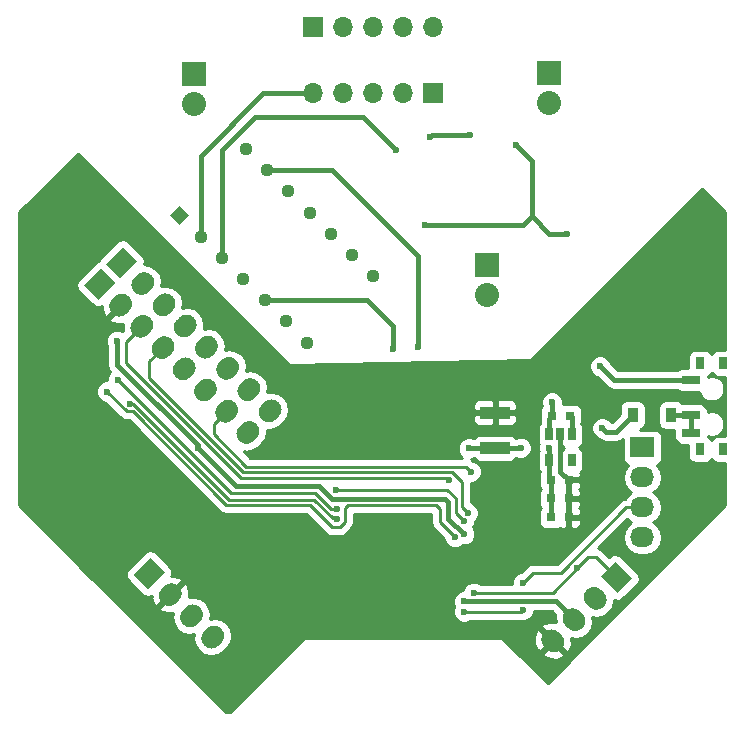
<source format=gbr>
%TF.GenerationSoftware,KiCad,Pcbnew,(5.1.10)-1*%
%TF.CreationDate,2022-09-07T11:24:22-03:00*%
%TF.ProjectId,OpenBCI_Wifi_Shield,4f70656e-4243-4495-9f57-6966695f5368,v1.0.0*%
%TF.SameCoordinates,Original*%
%TF.FileFunction,Copper,L2,Bot*%
%TF.FilePolarity,Positive*%
%FSLAX46Y46*%
G04 Gerber Fmt 4.6, Leading zero omitted, Abs format (unit mm)*
G04 Created by KiCad (PCBNEW (5.1.10)-1) date 2022-09-07 11:24:22*
%MOMM*%
%LPD*%
G01*
G04 APERTURE LIST*
%TA.AperFunction,ComponentPad*%
%ADD10C,0.100000*%
%TD*%
%TA.AperFunction,ComponentPad*%
%ADD11R,2.032000X1.727200*%
%TD*%
%TA.AperFunction,ComponentPad*%
%ADD12O,2.032000X1.727200*%
%TD*%
%TA.AperFunction,ComponentPad*%
%ADD13R,2.032000X2.032000*%
%TD*%
%TA.AperFunction,ComponentPad*%
%ADD14O,2.032000X2.032000*%
%TD*%
%TA.AperFunction,SMDPad,CuDef*%
%ADD15R,0.800000X0.750000*%
%TD*%
%TA.AperFunction,SMDPad,CuDef*%
%ADD16R,0.650000X1.060000*%
%TD*%
%TA.AperFunction,SMDPad,CuDef*%
%ADD17R,2.500000X1.000000*%
%TD*%
%TA.AperFunction,SMDPad,CuDef*%
%ADD18R,0.914400X1.219200*%
%TD*%
%TA.AperFunction,SMDPad,CuDef*%
%ADD19R,0.800000X1.000000*%
%TD*%
%TA.AperFunction,SMDPad,CuDef*%
%ADD20R,1.500000X0.700000*%
%TD*%
%TA.AperFunction,ComponentPad*%
%ADD21C,1.130000*%
%TD*%
%TA.AperFunction,ComponentPad*%
%ADD22O,1.700000X1.700000*%
%TD*%
%TA.AperFunction,ComponentPad*%
%ADD23R,1.700000X1.700000*%
%TD*%
%TA.AperFunction,ViaPad*%
%ADD24C,0.600000*%
%TD*%
%TA.AperFunction,Conductor*%
%ADD25C,0.381000*%
%TD*%
%TA.AperFunction,Conductor*%
%ADD26C,0.250000*%
%TD*%
%TA.AperFunction,Conductor*%
%ADD27C,0.254000*%
%TD*%
%TA.AperFunction,Conductor*%
%ADD28C,0.100000*%
%TD*%
G04 APERTURE END LIST*
%TA.AperFunction,ComponentPad*%
D10*
%TO.P,P8,1*%
%TO.N,/XVDD*%
G36*
X83786322Y-85883563D02*
G01*
X85223163Y-84446722D01*
X86444478Y-85668037D01*
X85007637Y-87104878D01*
X83786322Y-85883563D01*
G37*
%TD.AperFunction*%
%TO.P,P8,2*%
%TO.N,GND*%
%TA.AperFunction,ComponentPad*%
G36*
G01*
X86193031Y-87068957D02*
X86408557Y-86853431D01*
G75*
G02*
X87629871Y-86853431I610657J-610657D01*
G01*
X87629871Y-86853431D01*
G75*
G02*
X87629871Y-88074745I-610657J-610657D01*
G01*
X87414345Y-88290271D01*
G75*
G02*
X86193031Y-88290271I-610657J610657D01*
G01*
X86193031Y-88290271D01*
G75*
G02*
X86193031Y-87068957I610657J610657D01*
G01*
G37*
%TD.AperFunction*%
%TO.P,P8,3*%
%TO.N,MISO*%
%TA.AperFunction,ComponentPad*%
G36*
G01*
X87989082Y-88865008D02*
X88204608Y-88649482D01*
G75*
G02*
X89425922Y-88649482I610657J-610657D01*
G01*
X89425922Y-88649482D01*
G75*
G02*
X89425922Y-89870796I-610657J-610657D01*
G01*
X89210396Y-90086322D01*
G75*
G02*
X87989082Y-90086322I-610657J610657D01*
G01*
X87989082Y-90086322D01*
G75*
G02*
X87989082Y-88865008I610657J610657D01*
G01*
G37*
%TD.AperFunction*%
%TO.P,P8,4*%
%TO.N,SCLK*%
%TA.AperFunction,ComponentPad*%
G36*
G01*
X89785134Y-90661060D02*
X90000660Y-90445534D01*
G75*
G02*
X91221974Y-90445534I610657J-610657D01*
G01*
X91221974Y-90445534D01*
G75*
G02*
X91221974Y-91666848I-610657J-610657D01*
G01*
X91006448Y-91882374D01*
G75*
G02*
X89785134Y-91882374I-610657J610657D01*
G01*
X89785134Y-91882374D01*
G75*
G02*
X89785134Y-90661060I610657J610657D01*
G01*
G37*
%TD.AperFunction*%
%TO.P,P8,5*%
%TO.N,Net-(P8-Pad5)*%
%TA.AperFunction,ComponentPad*%
G36*
G01*
X91581185Y-92457111D02*
X91796711Y-92241585D01*
G75*
G02*
X93018025Y-92241585I610657J-610657D01*
G01*
X93018025Y-92241585D01*
G75*
G02*
X93018025Y-93462899I-610657J-610657D01*
G01*
X92802499Y-93678425D01*
G75*
G02*
X91581185Y-93678425I-610657J610657D01*
G01*
X91581185Y-93678425D01*
G75*
G02*
X91581185Y-92457111I610657J610657D01*
G01*
G37*
%TD.AperFunction*%
%TO.P,P8,6*%
%TO.N,Net-(P8-Pad6)*%
%TA.AperFunction,ComponentPad*%
G36*
G01*
X93377236Y-94253162D02*
X93592762Y-94037636D01*
G75*
G02*
X94814076Y-94037636I610657J-610657D01*
G01*
X94814076Y-94037636D01*
G75*
G02*
X94814076Y-95258950I-610657J-610657D01*
G01*
X94598550Y-95474476D01*
G75*
G02*
X93377236Y-95474476I-610657J610657D01*
G01*
X93377236Y-95474476D01*
G75*
G02*
X93377236Y-94253162I610657J610657D01*
G01*
G37*
%TD.AperFunction*%
%TO.P,P8,7*%
%TO.N,MOSI*%
%TA.AperFunction,ComponentPad*%
G36*
G01*
X95173287Y-96049213D02*
X95388813Y-95833687D01*
G75*
G02*
X96610127Y-95833687I610657J-610657D01*
G01*
X96610127Y-95833687D01*
G75*
G02*
X96610127Y-97055001I-610657J-610657D01*
G01*
X96394601Y-97270527D01*
G75*
G02*
X95173287Y-97270527I-610657J610657D01*
G01*
X95173287Y-97270527D01*
G75*
G02*
X95173287Y-96049213I610657J610657D01*
G01*
G37*
%TD.AperFunction*%
%TO.P,P8,8*%
%TO.N,Net-(P8-Pad8)*%
%TA.AperFunction,ComponentPad*%
G36*
G01*
X96969339Y-97845265D02*
X97184865Y-97629739D01*
G75*
G02*
X98406179Y-97629739I610657J-610657D01*
G01*
X98406179Y-97629739D01*
G75*
G02*
X98406179Y-98851053I-610657J-610657D01*
G01*
X98190653Y-99066579D01*
G75*
G02*
X96969339Y-99066579I-610657J610657D01*
G01*
X96969339Y-99066579D01*
G75*
G02*
X96969339Y-97845265I610657J610657D01*
G01*
G37*
%TD.AperFunction*%
%TD*%
D11*
%TO.P,P9,1*%
%TO.N,Net-(P9-Pad1)*%
X131098400Y-99618800D03*
D12*
%TO.P,P9,2*%
%TO.N,Net-(P9-Pad2)*%
X131098400Y-102158800D03*
%TO.P,P9,3*%
%TO.N,/RESET*%
X131098400Y-104698800D03*
%TO.P,P9,4*%
%TO.N,/OBCI_LED*%
X131098400Y-107238800D03*
%TD*%
%TA.AperFunction,ComponentPad*%
D10*
%TO.P,P10,1*%
%TO.N,ESP_SS*%
G36*
X128783037Y-109273722D02*
G01*
X130219878Y-110710563D01*
X128998563Y-111931878D01*
X127561722Y-110495037D01*
X128783037Y-109273722D01*
G37*
%TD.AperFunction*%
%TO.P,P10,2*%
%TO.N,Net-(P10-Pad2)*%
%TA.AperFunction,ComponentPad*%
G36*
G01*
X127597643Y-111680431D02*
X127813169Y-111895957D01*
G75*
G02*
X127813169Y-113117271I-610657J-610657D01*
G01*
X127813169Y-113117271D01*
G75*
G02*
X126591855Y-113117271I-610657J610657D01*
G01*
X126376329Y-112901745D01*
G75*
G02*
X126376329Y-111680431I610657J610657D01*
G01*
X126376329Y-111680431D01*
G75*
G02*
X127597643Y-111680431I610657J-610657D01*
G01*
G37*
%TD.AperFunction*%
%TO.P,P10,3*%
%TO.N,/XVDD*%
%TA.AperFunction,ComponentPad*%
G36*
G01*
X125801592Y-113476482D02*
X126017118Y-113692008D01*
G75*
G02*
X126017118Y-114913322I-610657J-610657D01*
G01*
X126017118Y-114913322D01*
G75*
G02*
X124795804Y-114913322I-610657J610657D01*
G01*
X124580278Y-114697796D01*
G75*
G02*
X124580278Y-113476482I610657J610657D01*
G01*
X124580278Y-113476482D01*
G75*
G02*
X125801592Y-113476482I610657J-610657D01*
G01*
G37*
%TD.AperFunction*%
%TO.P,P10,4*%
%TO.N,GND*%
%TA.AperFunction,ComponentPad*%
G36*
G01*
X124005540Y-115272534D02*
X124221066Y-115488060D01*
G75*
G02*
X124221066Y-116709374I-610657J-610657D01*
G01*
X124221066Y-116709374D01*
G75*
G02*
X122999752Y-116709374I-610657J610657D01*
G01*
X122784226Y-116493848D01*
G75*
G02*
X122784226Y-115272534I610657J610657D01*
G01*
X122784226Y-115272534D01*
G75*
G02*
X124005540Y-115272534I610657J-610657D01*
G01*
G37*
%TD.AperFunction*%
%TD*%
%TA.AperFunction,ComponentPad*%
%TO.P,P7,1*%
%TO.N,Net-(P7-Pad1)*%
G36*
X85665922Y-84054763D02*
G01*
X87102763Y-82617922D01*
X88324078Y-83839237D01*
X86887237Y-85276078D01*
X85665922Y-84054763D01*
G37*
%TD.AperFunction*%
%TO.P,P7,2*%
%TO.N,Net-(P7-Pad2)*%
%TA.AperFunction,ComponentPad*%
G36*
G01*
X88072631Y-85240157D02*
X88288157Y-85024631D01*
G75*
G02*
X89509471Y-85024631I610657J-610657D01*
G01*
X89509471Y-85024631D01*
G75*
G02*
X89509471Y-86245945I-610657J-610657D01*
G01*
X89293945Y-86461471D01*
G75*
G02*
X88072631Y-86461471I-610657J610657D01*
G01*
X88072631Y-86461471D01*
G75*
G02*
X88072631Y-85240157I610657J610657D01*
G01*
G37*
%TD.AperFunction*%
%TO.P,P7,3*%
%TO.N,Net-(P7-Pad3)*%
%TA.AperFunction,ComponentPad*%
G36*
G01*
X89868682Y-87036208D02*
X90084208Y-86820682D01*
G75*
G02*
X91305522Y-86820682I610657J-610657D01*
G01*
X91305522Y-86820682D01*
G75*
G02*
X91305522Y-88041996I-610657J-610657D01*
G01*
X91089996Y-88257522D01*
G75*
G02*
X89868682Y-88257522I-610657J610657D01*
G01*
X89868682Y-88257522D01*
G75*
G02*
X89868682Y-87036208I610657J610657D01*
G01*
G37*
%TD.AperFunction*%
%TO.P,P7,4*%
%TO.N,Net-(P7-Pad4)*%
%TA.AperFunction,ComponentPad*%
G36*
G01*
X91664734Y-88832260D02*
X91880260Y-88616734D01*
G75*
G02*
X93101574Y-88616734I610657J-610657D01*
G01*
X93101574Y-88616734D01*
G75*
G02*
X93101574Y-89838048I-610657J-610657D01*
G01*
X92886048Y-90053574D01*
G75*
G02*
X91664734Y-90053574I-610657J610657D01*
G01*
X91664734Y-90053574D01*
G75*
G02*
X91664734Y-88832260I610657J610657D01*
G01*
G37*
%TD.AperFunction*%
%TO.P,P7,5*%
%TO.N,Net-(P7-Pad5)*%
%TA.AperFunction,ComponentPad*%
G36*
G01*
X93460785Y-90628311D02*
X93676311Y-90412785D01*
G75*
G02*
X94897625Y-90412785I610657J-610657D01*
G01*
X94897625Y-90412785D01*
G75*
G02*
X94897625Y-91634099I-610657J-610657D01*
G01*
X94682099Y-91849625D01*
G75*
G02*
X93460785Y-91849625I-610657J610657D01*
G01*
X93460785Y-91849625D01*
G75*
G02*
X93460785Y-90628311I610657J610657D01*
G01*
G37*
%TD.AperFunction*%
%TO.P,P7,6*%
%TO.N,Net-(P7-Pad6)*%
%TA.AperFunction,ComponentPad*%
G36*
G01*
X95256836Y-92424362D02*
X95472362Y-92208836D01*
G75*
G02*
X96693676Y-92208836I610657J-610657D01*
G01*
X96693676Y-92208836D01*
G75*
G02*
X96693676Y-93430150I-610657J-610657D01*
G01*
X96478150Y-93645676D01*
G75*
G02*
X95256836Y-93645676I-610657J610657D01*
G01*
X95256836Y-93645676D01*
G75*
G02*
X95256836Y-92424362I610657J610657D01*
G01*
G37*
%TD.AperFunction*%
%TO.P,P7,7*%
%TO.N,Net-(P7-Pad7)*%
%TA.AperFunction,ComponentPad*%
G36*
G01*
X97052887Y-94220413D02*
X97268413Y-94004887D01*
G75*
G02*
X98489727Y-94004887I610657J-610657D01*
G01*
X98489727Y-94004887D01*
G75*
G02*
X98489727Y-95226201I-610657J-610657D01*
G01*
X98274201Y-95441727D01*
G75*
G02*
X97052887Y-95441727I-610657J610657D01*
G01*
X97052887Y-95441727D01*
G75*
G02*
X97052887Y-94220413I610657J610657D01*
G01*
G37*
%TD.AperFunction*%
%TO.P,P7,8*%
%TO.N,Net-(P7-Pad8)*%
%TA.AperFunction,ComponentPad*%
G36*
G01*
X98848939Y-96016465D02*
X99064465Y-95800939D01*
G75*
G02*
X100285779Y-95800939I610657J-610657D01*
G01*
X100285779Y-95800939D01*
G75*
G02*
X100285779Y-97022253I-610657J-610657D01*
G01*
X100070253Y-97237779D01*
G75*
G02*
X98848939Y-97237779I-610657J610657D01*
G01*
X98848939Y-97237779D01*
G75*
G02*
X98848939Y-96016465I610657J610657D01*
G01*
G37*
%TD.AperFunction*%
%TD*%
D13*
%TO.P,P4,1*%
%TO.N,Net-(P4-Pad1)*%
X93091000Y-68026000D03*
D14*
%TO.P,P4,2*%
%TO.N,Net-(P4-Pad2)*%
X93091000Y-70566000D03*
%TD*%
D13*
%TO.P,P6,1*%
%TO.N,Net-(P6-Pad1)*%
X117967000Y-84201000D03*
D14*
%TO.P,P6,2*%
%TO.N,Net-(P6-Pad2)*%
X117967000Y-86741000D03*
%TD*%
D13*
%TO.P,P5,1*%
%TO.N,Net-(P5-Pad1)*%
X123190000Y-67899000D03*
D14*
%TO.P,P5,2*%
%TO.N,Net-(P5-Pad2)*%
X123190000Y-70439000D03*
%TD*%
D15*
%TO.P,C1,1*%
%TO.N,+3V3*%
X123354400Y-102362000D03*
%TO.P,C1,2*%
%TO.N,GND*%
X124854400Y-102362000D03*
%TD*%
%TO.P,C2,1*%
%TO.N,+3V3*%
X123354400Y-103936800D03*
%TO.P,C2,2*%
%TO.N,GND*%
X124854400Y-103936800D03*
%TD*%
%TO.P,C3,1*%
%TO.N,+3V3*%
X123354400Y-105511600D03*
%TO.P,C3,2*%
%TO.N,GND*%
X124854400Y-105511600D03*
%TD*%
%TA.AperFunction,ComponentPad*%
D10*
%TO.P,P1,1*%
%TO.N,+3V3*%
G36*
X87994922Y-110389763D02*
G01*
X89431763Y-108952922D01*
X90653078Y-110174237D01*
X89216237Y-111611078D01*
X87994922Y-110389763D01*
G37*
%TD.AperFunction*%
%TO.P,P1,2*%
%TO.N,GND*%
%TA.AperFunction,ComponentPad*%
G36*
G01*
X90401631Y-111575157D02*
X90617157Y-111359631D01*
G75*
G02*
X91838471Y-111359631I610657J-610657D01*
G01*
X91838471Y-111359631D01*
G75*
G02*
X91838471Y-112580945I-610657J-610657D01*
G01*
X91622945Y-112796471D01*
G75*
G02*
X90401631Y-112796471I-610657J610657D01*
G01*
X90401631Y-112796471D01*
G75*
G02*
X90401631Y-111575157I610657J610657D01*
G01*
G37*
%TD.AperFunction*%
%TO.P,P1,3*%
%TO.N,RXD*%
%TA.AperFunction,ComponentPad*%
G36*
G01*
X92197682Y-113371208D02*
X92413208Y-113155682D01*
G75*
G02*
X93634522Y-113155682I610657J-610657D01*
G01*
X93634522Y-113155682D01*
G75*
G02*
X93634522Y-114376996I-610657J-610657D01*
G01*
X93418996Y-114592522D01*
G75*
G02*
X92197682Y-114592522I-610657J610657D01*
G01*
X92197682Y-114592522D01*
G75*
G02*
X92197682Y-113371208I610657J610657D01*
G01*
G37*
%TD.AperFunction*%
%TO.P,P1,4*%
%TO.N,TXD*%
%TA.AperFunction,ComponentPad*%
G36*
G01*
X93993734Y-115167260D02*
X94209260Y-114951734D01*
G75*
G02*
X95430574Y-114951734I610657J-610657D01*
G01*
X95430574Y-114951734D01*
G75*
G02*
X95430574Y-116173048I-610657J-610657D01*
G01*
X95215048Y-116388574D01*
G75*
G02*
X93993734Y-116388574I-610657J610657D01*
G01*
X93993734Y-116388574D01*
G75*
G02*
X93993734Y-115167260I610657J610657D01*
G01*
G37*
%TD.AperFunction*%
%TD*%
D15*
%TO.P,R2,1*%
%TO.N,/6V*%
X123456000Y-96926400D03*
%TO.P,R2,2*%
%TO.N,Net-(R2-Pad2)*%
X124956000Y-96926400D03*
%TD*%
D16*
%TO.P,U2,1*%
%TO.N,/6V*%
X123205200Y-98518800D03*
%TO.P,U2,2*%
%TO.N,GND*%
X124155200Y-98518800D03*
%TO.P,U2,3*%
%TO.N,Net-(R2-Pad2)*%
X125105200Y-98518800D03*
%TO.P,U2,4*%
%TO.N,Net-(U2-Pad4)*%
X125105200Y-100718800D03*
%TO.P,U2,5*%
%TO.N,+3V3*%
X123205200Y-100718800D03*
%TD*%
D17*
%TO.P,C4,1*%
%TO.N,+3V3*%
X118618000Y-99671000D03*
%TO.P,C4,2*%
%TO.N,GND*%
X118618000Y-96671000D03*
%TD*%
D18*
%TO.P,D1,2*%
%TO.N,+BATT*%
X130263900Y-96875600D03*
%TO.P,D1,1*%
%TO.N,Net-(D1-Pad1)*%
X133540500Y-96875600D03*
%TD*%
D19*
%TO.P,SW3,*%
%TO.N,*%
X135991800Y-99789000D03*
X137921800Y-99789000D03*
X137921800Y-92489000D03*
D20*
%TO.P,SW3,3*%
%TO.N,Net-(D1-Pad1)*%
X135206800Y-98389000D03*
%TO.P,SW3,2*%
X135206800Y-96889000D03*
%TO.P,SW3,1*%
%TO.N,/6V*%
X135206800Y-93889000D03*
D19*
%TO.P,SW3,*%
%TO.N,*%
X135991800Y-92489000D03*
%TD*%
%TA.AperFunction,ComponentPad*%
D10*
%TO.P,IC2,1*%
%TO.N,/I1*%
G36*
X91915632Y-80765091D02*
G01*
X91116601Y-79966060D01*
X91915632Y-79167029D01*
X92714663Y-79966060D01*
X91915632Y-80765091D01*
G37*
%TD.AperFunction*%
D21*
%TO.P,IC2,2*%
%TO.N,/A_OUT*%
X93711684Y-81762111D03*
%TO.P,IC2,3*%
%TO.N,/I2*%
X95507735Y-83558163D03*
%TO.P,IC2,4*%
%TO.N,/B_OUT*%
X97303786Y-85354214D03*
%TO.P,IC2,5*%
%TO.N,/C_B*%
X99099837Y-87150265D03*
%TO.P,IC2,6*%
%TO.N,/C_C*%
X100895889Y-88946316D03*
%TO.P,IC2,7*%
%TO.N,GND*%
X102691940Y-90742368D03*
%TO.P,IC2,8*%
%TO.N,/B_OUT*%
X108306368Y-85127940D03*
%TO.P,IC2,9*%
%TO.N,/I1*%
X106510316Y-83331889D03*
%TO.P,IC2,10*%
%TO.N,Net-(IC2-Pad10)*%
X104714265Y-81535837D03*
%TO.P,IC2,11*%
%TO.N,Net-(IC2-Pad11)*%
X102918214Y-79739786D03*
%TO.P,IC2,12*%
%TO.N,Net-(IC2-Pad12)*%
X101122163Y-77943735D03*
%TO.P,IC2,13*%
%TO.N,/C_A*%
X99326111Y-76147684D03*
%TO.P,IC2,14*%
%TO.N,/6V*%
X97530060Y-74351632D03*
%TD*%
D22*
%TO.P,J1,5*%
%TO.N,GND*%
X113371000Y-64047000D03*
%TO.P,J1,4*%
X110831000Y-64047000D03*
%TO.P,J1,3*%
X108291000Y-64047000D03*
%TO.P,J1,2*%
X105751000Y-64047000D03*
D23*
%TO.P,J1,1*%
%TO.N,/A_OUT*%
X103211000Y-64047000D03*
%TD*%
%TO.P,J2,1*%
%TO.N,GND*%
X113361000Y-69647000D03*
D22*
%TO.P,J2,2*%
%TO.N,/A_OUT*%
X110821000Y-69647000D03*
%TO.P,J2,3*%
X108281000Y-69647000D03*
%TO.P,J2,4*%
X105741000Y-69647000D03*
%TO.P,J2,5*%
X103201000Y-69647000D03*
%TD*%
D24*
%TO.N,+3V3*%
X120786000Y-99647000D03*
X123199000Y-99632000D03*
X116395500Y-99695000D03*
%TO.N,GND*%
X121461000Y-108947000D03*
X132636000Y-86197000D03*
X132161000Y-92647000D03*
X121259600Y-106680000D03*
X83312000Y-96012000D03*
X94074000Y-110982000D03*
X101249000Y-99757000D03*
X103899000Y-98482000D03*
X105199000Y-99682000D03*
X86124000Y-106707000D03*
%TO.N,+BATT*%
X127685800Y-97967800D03*
%TO.N,MISO*%
X114699000Y-102407000D03*
%TO.N,SCLK*%
X116324000Y-105157000D03*
%TO.N,MOSI*%
X116549000Y-101657000D03*
%TO.N,ESP_SS*%
X105174000Y-103232000D03*
X115949000Y-105882000D03*
X116814600Y-111912400D03*
X125552200Y-109855000D03*
%TO.N,Net-(R4-Pad2)*%
X105199000Y-105657000D03*
X87699000Y-95907000D03*
%TO.N,Net-(R7-Pad2)*%
X105199000Y-104807000D03*
X86674000Y-93907000D03*
%TO.N,/XVDD*%
X86614000Y-90576400D03*
X116024000Y-106957000D03*
X116024000Y-112657000D03*
X93424000Y-99632000D03*
%TO.N,/RESET*%
X120954800Y-111099600D03*
X120999000Y-113357000D03*
X115999000Y-113532000D03*
X85774000Y-94882000D03*
X115224000Y-107232000D03*
%TO.N,/I1*%
X116511000Y-73147000D03*
X113111000Y-73347000D03*
%TO.N,/I2*%
X110211000Y-74447000D03*
%TO.N,/6V*%
X124711000Y-81547000D03*
X112711000Y-80747000D03*
X120411000Y-74047000D03*
X127508000Y-92735400D03*
X123444000Y-95758000D03*
%TO.N,/C_B*%
X110011000Y-91247000D03*
%TO.N,/C_A*%
X112111000Y-91147000D03*
%TD*%
D25*
%TO.N,+3V3*%
X118618000Y-99671000D02*
X118642000Y-99647000D01*
X118642000Y-99647000D02*
X120786000Y-99647000D01*
D26*
X123354400Y-105511600D02*
X123278200Y-105587800D01*
D25*
X123205200Y-100718800D02*
X123205200Y-99638200D01*
X123205200Y-99638200D02*
X123199000Y-99632000D01*
X118618000Y-99671000D02*
X116419500Y-99671000D01*
X116419500Y-99671000D02*
X116395500Y-99695000D01*
X123205200Y-100718800D02*
X123197400Y-100711000D01*
X123354400Y-102362000D02*
X123205200Y-102212800D01*
X123205200Y-102212800D02*
X123205200Y-100718800D01*
X123354400Y-103936800D02*
X123354400Y-102362000D01*
X123354400Y-105511600D02*
X123354400Y-103936800D01*
%TO.N,GND*%
X101249000Y-99757000D02*
X101224000Y-99757000D01*
X124155200Y-98518800D02*
X124155200Y-99672000D01*
X124155200Y-99672000D02*
X124155200Y-101662800D01*
X124155200Y-101662800D02*
X124854400Y-102362000D01*
%TO.N,+BATT*%
X127685800Y-97967800D02*
X128016000Y-98298000D01*
X128016000Y-98298000D02*
X128841500Y-98298000D01*
X128841500Y-98298000D02*
X130263900Y-96875600D01*
D26*
%TO.N,MISO*%
X87399000Y-90676404D02*
X88707502Y-89367902D01*
X87399000Y-92507000D02*
X87399000Y-90676404D01*
X97099000Y-102207000D02*
X87399000Y-92507000D01*
X114499000Y-102207000D02*
X97099000Y-102207000D01*
X114699000Y-102407000D02*
X114499000Y-102207000D01*
%TO.N,SCLK*%
X89349000Y-92318508D02*
X90503554Y-91163954D01*
X89349000Y-93757000D02*
X89349000Y-92318508D01*
X97299000Y-101707000D02*
X89349000Y-93757000D01*
X114999000Y-101707000D02*
X97299000Y-101707000D01*
X115799000Y-102507000D02*
X114999000Y-101707000D01*
X115799000Y-104632000D02*
X115799000Y-102507000D01*
X116324000Y-105157000D02*
X115799000Y-104632000D01*
%TO.N,MOSI*%
X94780797Y-97663868D02*
X95891707Y-96552107D01*
X94819535Y-98509495D02*
X94780797Y-97663868D01*
X97549000Y-101232000D02*
X94819535Y-98509495D01*
X116124000Y-101232000D02*
X97549000Y-101232000D01*
X116549000Y-101657000D02*
X116124000Y-101232000D01*
%TO.N,ESP_SS*%
X127203200Y-108915200D02*
X128890800Y-110602800D01*
X125552200Y-109855000D02*
X123494800Y-111912400D01*
X114573998Y-103232000D02*
X105174000Y-103232000D01*
X115274000Y-103932002D02*
X114573998Y-103232000D01*
X115274000Y-105207000D02*
X115274000Y-103932002D01*
X115949000Y-105882000D02*
X115274000Y-105207000D01*
X123494800Y-111912400D02*
X116814600Y-111912400D01*
X128320800Y-110032800D02*
X128320800Y-110007400D01*
X127228600Y-108915200D02*
X127203200Y-108915200D01*
X127203200Y-108915200D02*
X126492000Y-108915200D01*
X126492000Y-108915200D02*
X125552200Y-109855000D01*
D25*
%TO.N,Net-(R2-Pad2)*%
X124956000Y-96926400D02*
X125105200Y-97075600D01*
X125105200Y-97075600D02*
X125105200Y-98518800D01*
D26*
%TO.N,Net-(R4-Pad2)*%
X105199000Y-105657000D02*
X105174000Y-105632000D01*
X105174000Y-105632000D02*
X104887602Y-105632000D01*
X104887602Y-105632000D02*
X103287602Y-104032000D01*
X103287602Y-104032000D02*
X96099000Y-104032000D01*
X96099000Y-104032000D02*
X87974000Y-95907000D01*
X87974000Y-95907000D02*
X87699000Y-95907000D01*
D25*
%TO.N,Net-(D1-Pad1)*%
X135206800Y-98389000D02*
X135206800Y-96889000D01*
X135206800Y-96889000D02*
X135193400Y-96875600D01*
X135193400Y-96875600D02*
X133540500Y-96875600D01*
D26*
%TO.N,Net-(R7-Pad2)*%
X105199000Y-104807000D02*
X105174000Y-104832000D01*
X105174000Y-104832000D02*
X104724000Y-104832000D01*
X104724000Y-104832000D02*
X103399000Y-103507000D01*
X103399000Y-103507000D02*
X96274000Y-103507000D01*
X96274000Y-103507000D02*
X86674000Y-93907000D01*
D25*
%TO.N,/XVDD*%
X125298698Y-114194902D02*
X125294702Y-114194902D01*
X125294702Y-114194902D02*
X123756800Y-112657000D01*
X86674000Y-92682000D02*
X86614000Y-92622000D01*
X93424000Y-99432000D02*
X86674000Y-92682000D01*
X93424000Y-99632000D02*
X93424000Y-99432000D01*
X86614000Y-92622000D02*
X86614000Y-90576400D01*
X116024000Y-106957000D02*
X115949000Y-106957000D01*
X123760796Y-112657000D02*
X123756800Y-112657000D01*
X123756800Y-112657000D02*
X116024000Y-112657000D01*
X96674000Y-102882000D02*
X93424000Y-99632000D01*
X103749000Y-102882000D02*
X96674000Y-102882000D01*
X104849000Y-103982000D02*
X103749000Y-102882000D01*
X114399000Y-103982000D02*
X104849000Y-103982000D01*
X114674000Y-104257000D02*
X114399000Y-103982000D01*
X114674000Y-105682000D02*
X114674000Y-104257000D01*
X115949000Y-106957000D02*
X114674000Y-105682000D01*
D26*
%TO.N,/RESET*%
X131098400Y-104698800D02*
X129709200Y-104698800D01*
X121832400Y-110222000D02*
X120954800Y-111099600D01*
X124186000Y-110222000D02*
X121832400Y-110222000D01*
X129709200Y-104698800D02*
X124186000Y-110222000D01*
X120999000Y-113357000D02*
X120824000Y-113532000D01*
X120824000Y-113532000D02*
X115999000Y-113532000D01*
X87449000Y-96557000D02*
X85774000Y-94882000D01*
X87924000Y-96557000D02*
X87449000Y-96557000D01*
X95874000Y-104507000D02*
X87924000Y-96557000D01*
X102949000Y-104507000D02*
X95874000Y-104507000D01*
X104824000Y-106382000D02*
X102949000Y-104507000D01*
X105474000Y-106382000D02*
X104824000Y-106382000D01*
X105924000Y-105932000D02*
X105474000Y-106382000D01*
X105924000Y-104757000D02*
X105924000Y-105932000D01*
X106183498Y-104497502D02*
X105924000Y-104757000D01*
X113589502Y-104497502D02*
X106183498Y-104497502D01*
X113949000Y-104857000D02*
X113589502Y-104497502D01*
X113949000Y-105957000D02*
X113949000Y-104857000D01*
X115224000Y-107232000D02*
X113949000Y-105957000D01*
D25*
%TO.N,/I1*%
X113311000Y-73147000D02*
X113111000Y-73347000D01*
X116511000Y-73147000D02*
X113311000Y-73147000D01*
%TO.N,/I2*%
X95507735Y-83558163D02*
X95507735Y-74450265D01*
X95507735Y-74450265D02*
X98311000Y-71647000D01*
X107411000Y-71647000D02*
X110211000Y-74447000D01*
X98311000Y-71647000D02*
X107411000Y-71647000D01*
%TO.N,/A_OUT*%
X93711684Y-81762111D02*
X93711684Y-74946316D01*
X99011000Y-69647000D02*
X103201000Y-69647000D01*
X93711684Y-74946316D02*
X99011000Y-69647000D01*
%TO.N,/6V*%
X135206800Y-93889000D02*
X128661600Y-93889000D01*
X128661600Y-93889000D02*
X127508000Y-92735400D01*
X123456000Y-95770000D02*
X123456000Y-96926400D01*
X123444000Y-95758000D02*
X123456000Y-95770000D01*
X123456000Y-96926400D02*
X123205200Y-97177200D01*
X123205200Y-97177200D02*
X123205200Y-98518800D01*
X112711000Y-80747000D02*
X121011000Y-80747000D01*
X121011000Y-80747000D02*
X121711000Y-80047000D01*
X121711000Y-75347000D02*
X120411000Y-74047000D01*
X121711000Y-80047000D02*
X121711000Y-75347000D01*
X123211000Y-81547000D02*
X121711000Y-80047000D01*
X124711000Y-81547000D02*
X123211000Y-81547000D01*
%TO.N,/C_B*%
X99099837Y-87150265D02*
X107814265Y-87150265D01*
X110011000Y-89347000D02*
X110011000Y-91247000D01*
X107814265Y-87150265D02*
X110011000Y-89347000D01*
%TO.N,/C_A*%
X99326111Y-76147684D02*
X104811684Y-76147684D01*
X112111000Y-83447000D02*
X112111000Y-91147000D01*
X104811684Y-76147684D02*
X112111000Y-83447000D01*
%TD*%
D27*
%TO.N,GND*%
X101140597Y-92600303D02*
X101182611Y-92628166D01*
X101233050Y-92637472D01*
X121593050Y-92212472D01*
X121642241Y-92201438D01*
X121680203Y-92175303D01*
X136131007Y-77724499D01*
X138126400Y-79719892D01*
X138126400Y-91341560D01*
X137521800Y-91341560D01*
X137286483Y-91385838D01*
X137070359Y-91524910D01*
X136955717Y-91692694D01*
X136855890Y-91537559D01*
X136643690Y-91392569D01*
X136391800Y-91341560D01*
X135591800Y-91341560D01*
X135356483Y-91385838D01*
X135140359Y-91524910D01*
X134995369Y-91737110D01*
X134944360Y-91989000D01*
X134944360Y-92891560D01*
X134456800Y-92891560D01*
X134221483Y-92935838D01*
X134023091Y-93063500D01*
X129003533Y-93063500D01*
X128409994Y-92469960D01*
X128301117Y-92206457D01*
X128038327Y-91943208D01*
X127694799Y-91800562D01*
X127322833Y-91800238D01*
X126979057Y-91942283D01*
X126715808Y-92205073D01*
X126573162Y-92548601D01*
X126572838Y-92920567D01*
X126714883Y-93264343D01*
X126977673Y-93527592D01*
X127242884Y-93637718D01*
X128077881Y-94472714D01*
X128077883Y-94472717D01*
X128257410Y-94592673D01*
X128345695Y-94651663D01*
X128661600Y-94714501D01*
X128661605Y-94714500D01*
X134027922Y-94714500D01*
X134204910Y-94835431D01*
X134456800Y-94886440D01*
X135885068Y-94886440D01*
X136036446Y-95252800D01*
X136341395Y-95558282D01*
X136740033Y-95723811D01*
X137171673Y-95724188D01*
X137570600Y-95559354D01*
X137876082Y-95254405D01*
X138041611Y-94855767D01*
X138041988Y-94424127D01*
X137877154Y-94025200D01*
X137572205Y-93719718D01*
X137173567Y-93554189D01*
X136741927Y-93553812D01*
X136604240Y-93610703D01*
X136604240Y-93596467D01*
X136627117Y-93592162D01*
X136843241Y-93453090D01*
X136957883Y-93285306D01*
X137057710Y-93440441D01*
X137269910Y-93585431D01*
X137521800Y-93636440D01*
X138126400Y-93636440D01*
X138126400Y-98641560D01*
X137521800Y-98641560D01*
X137286483Y-98685838D01*
X137070359Y-98824910D01*
X136955717Y-98992694D01*
X136855890Y-98837559D01*
X136643690Y-98692569D01*
X136604240Y-98684580D01*
X136604240Y-98667425D01*
X136740033Y-98723811D01*
X137171673Y-98724188D01*
X137570600Y-98559354D01*
X137876082Y-98254405D01*
X138041611Y-97855767D01*
X138041988Y-97424127D01*
X137877154Y-97025200D01*
X137572205Y-96719718D01*
X137173567Y-96554189D01*
X136741927Y-96553812D01*
X136604240Y-96610703D01*
X136604240Y-96539000D01*
X136559962Y-96303683D01*
X136420890Y-96087559D01*
X136208690Y-95942569D01*
X135956800Y-95891560D01*
X134511339Y-95891560D01*
X134461790Y-95814559D01*
X134249590Y-95669569D01*
X133997700Y-95618560D01*
X133083300Y-95618560D01*
X132847983Y-95662838D01*
X132631859Y-95801910D01*
X132486869Y-96014110D01*
X132435860Y-96266000D01*
X132435860Y-97485200D01*
X132480138Y-97720517D01*
X132619210Y-97936641D01*
X132831410Y-98081631D01*
X133083300Y-98132640D01*
X133809360Y-98132640D01*
X133809360Y-98739000D01*
X133853638Y-98974317D01*
X133992710Y-99190441D01*
X134204910Y-99335431D01*
X134456800Y-99386440D01*
X134944360Y-99386440D01*
X134944360Y-100289000D01*
X134988638Y-100524317D01*
X135127710Y-100740441D01*
X135339910Y-100885431D01*
X135591800Y-100936440D01*
X136391800Y-100936440D01*
X136627117Y-100892162D01*
X136843241Y-100753090D01*
X136957883Y-100585306D01*
X137057710Y-100740441D01*
X137269910Y-100885431D01*
X137521800Y-100936440D01*
X138126400Y-100936440D01*
X138126400Y-104531708D01*
X123063507Y-119594601D01*
X120497839Y-117028933D01*
X122644272Y-117028933D01*
X122708373Y-117297049D01*
X123235618Y-117551025D01*
X123819922Y-117583902D01*
X124372329Y-117390672D01*
X124385350Y-117381397D01*
X124463758Y-117131671D01*
X123502646Y-116170559D01*
X122644272Y-117028933D01*
X120497839Y-117028933D01*
X119292003Y-115823097D01*
X119249989Y-115795234D01*
X119202200Y-115785900D01*
X102438200Y-115785900D01*
X102388790Y-115795906D01*
X102348397Y-115823097D01*
X96148694Y-122022800D01*
X95823492Y-122022800D01*
X87019460Y-113218768D01*
X90158939Y-113218768D01*
X90237347Y-113468494D01*
X90250368Y-113477769D01*
X90802775Y-113670999D01*
X91359483Y-113639675D01*
X91286868Y-114004736D01*
X91400942Y-114578226D01*
X91725798Y-115064406D01*
X92211978Y-115389262D01*
X92785468Y-115503336D01*
X93156778Y-115429478D01*
X93082920Y-115800788D01*
X93196994Y-116374278D01*
X93521850Y-116860458D01*
X94008030Y-117185314D01*
X94581520Y-117299388D01*
X95155010Y-117185314D01*
X95641190Y-116860458D01*
X95902458Y-116599190D01*
X96227314Y-116113010D01*
X96314702Y-115673678D01*
X121909698Y-115673678D01*
X121942575Y-116257982D01*
X122196551Y-116785227D01*
X122464667Y-116849328D01*
X123323041Y-115990954D01*
X122361929Y-115029842D01*
X122112203Y-115108250D01*
X122102928Y-115121271D01*
X121909698Y-115673678D01*
X96314702Y-115673678D01*
X96341388Y-115539520D01*
X96227314Y-114966030D01*
X95902458Y-114479850D01*
X95416278Y-114154994D01*
X94842788Y-114040920D01*
X94471478Y-114114778D01*
X94545336Y-113743468D01*
X94540105Y-113717167D01*
X115063838Y-113717167D01*
X115205883Y-114060943D01*
X115468673Y-114324192D01*
X115812201Y-114466838D01*
X116184167Y-114467162D01*
X116527943Y-114325117D01*
X116561118Y-114292000D01*
X120824000Y-114292000D01*
X120824759Y-114291849D01*
X121184167Y-114292162D01*
X121527943Y-114150117D01*
X121791192Y-113887327D01*
X121933838Y-113543799D01*
X121933891Y-113482500D01*
X123414866Y-113482500D01*
X123723745Y-113791379D01*
X123669464Y-114064268D01*
X123742079Y-114429330D01*
X123185370Y-114398006D01*
X122632963Y-114591236D01*
X122619942Y-114600511D01*
X122541534Y-114850237D01*
X123502646Y-115811349D01*
X123516789Y-115797207D01*
X123696394Y-115976812D01*
X123682251Y-115990954D01*
X124643363Y-116952066D01*
X124893089Y-116873658D01*
X124902364Y-116860637D01*
X125095594Y-116308230D01*
X125064270Y-115751521D01*
X125429332Y-115824136D01*
X126002822Y-115710062D01*
X126489002Y-115385206D01*
X126813858Y-114899026D01*
X126927932Y-114325536D01*
X126854074Y-113954227D01*
X127225383Y-114028085D01*
X127798873Y-113914011D01*
X128285053Y-113589155D01*
X128609909Y-113102975D01*
X128723983Y-112529485D01*
X128720621Y-112512585D01*
X128738457Y-112524772D01*
X128989619Y-112579256D01*
X129242190Y-112531732D01*
X129456372Y-112389687D01*
X130677687Y-111168372D01*
X130812772Y-110970669D01*
X130867256Y-110719507D01*
X130819732Y-110466936D01*
X130677687Y-110252754D01*
X129240846Y-108815913D01*
X129043143Y-108680828D01*
X128791981Y-108626344D01*
X128539410Y-108673868D01*
X128325228Y-108815913D01*
X128251972Y-108889170D01*
X127817148Y-108454346D01*
X127766001Y-108377799D01*
X127519439Y-108213052D01*
X127311176Y-108171626D01*
X129802053Y-105680749D01*
X129853985Y-105758470D01*
X130168766Y-105968800D01*
X129853985Y-106179130D01*
X129529129Y-106665311D01*
X129415055Y-107238800D01*
X129529129Y-107812289D01*
X129853985Y-108298470D01*
X130340166Y-108623326D01*
X130913655Y-108737400D01*
X131283145Y-108737400D01*
X131856634Y-108623326D01*
X132342815Y-108298470D01*
X132667671Y-107812289D01*
X132781745Y-107238800D01*
X132667671Y-106665311D01*
X132342815Y-106179130D01*
X132028034Y-105968800D01*
X132342815Y-105758470D01*
X132667671Y-105272289D01*
X132781745Y-104698800D01*
X132667671Y-104125311D01*
X132342815Y-103639130D01*
X132028034Y-103428800D01*
X132342815Y-103218470D01*
X132667671Y-102732289D01*
X132781745Y-102158800D01*
X132667671Y-101585311D01*
X132342815Y-101099130D01*
X132328487Y-101089557D01*
X132349717Y-101085562D01*
X132565841Y-100946490D01*
X132710831Y-100734290D01*
X132761840Y-100482400D01*
X132761840Y-98755200D01*
X132717562Y-98519883D01*
X132578490Y-98303759D01*
X132366290Y-98158769D01*
X132114400Y-98107760D01*
X130853326Y-98107760D01*
X130956417Y-98088362D01*
X131172541Y-97949290D01*
X131317531Y-97737090D01*
X131368540Y-97485200D01*
X131368540Y-96266000D01*
X131324262Y-96030683D01*
X131185190Y-95814559D01*
X130972990Y-95669569D01*
X130721100Y-95618560D01*
X129806700Y-95618560D01*
X129571383Y-95662838D01*
X129355259Y-95801910D01*
X129210269Y-96014110D01*
X129159260Y-96266000D01*
X129159260Y-96812807D01*
X128499566Y-97472500D01*
X128492818Y-97472500D01*
X128478917Y-97438857D01*
X128216127Y-97175608D01*
X127872599Y-97032962D01*
X127500633Y-97032638D01*
X127156857Y-97174683D01*
X126893608Y-97437473D01*
X126750962Y-97781001D01*
X126750638Y-98152967D01*
X126892683Y-98496743D01*
X127155473Y-98759992D01*
X127420685Y-98870118D01*
X127432281Y-98881714D01*
X127432283Y-98881717D01*
X127570869Y-98974317D01*
X127700094Y-99060663D01*
X128016000Y-99123500D01*
X128841500Y-99123500D01*
X129157406Y-99060663D01*
X129425217Y-98881717D01*
X129434960Y-98871974D01*
X129434960Y-100482400D01*
X129479238Y-100717717D01*
X129618310Y-100933841D01*
X129830510Y-101078831D01*
X129871839Y-101087200D01*
X129853985Y-101099130D01*
X129529129Y-101585311D01*
X129415055Y-102158800D01*
X129529129Y-102732289D01*
X129853985Y-103218470D01*
X130168766Y-103428800D01*
X129853985Y-103639130D01*
X129645253Y-103951520D01*
X129418360Y-103996652D01*
X129171799Y-104161399D01*
X123871198Y-109462000D01*
X121832400Y-109462000D01*
X121541561Y-109519852D01*
X121294999Y-109684599D01*
X120815120Y-110164478D01*
X120769633Y-110164438D01*
X120425857Y-110306483D01*
X120162608Y-110569273D01*
X120019962Y-110912801D01*
X120019753Y-111152400D01*
X117377063Y-111152400D01*
X117344927Y-111120208D01*
X117001399Y-110977562D01*
X116629433Y-110977238D01*
X116285657Y-111119283D01*
X116022408Y-111382073D01*
X115881309Y-111721875D01*
X115838833Y-111721838D01*
X115495057Y-111863883D01*
X115231808Y-112126673D01*
X115089162Y-112470201D01*
X115088838Y-112842167D01*
X115180712Y-113064519D01*
X115064162Y-113345201D01*
X115063838Y-113717167D01*
X94540105Y-113717167D01*
X94431262Y-113169978D01*
X94106406Y-112683798D01*
X93620226Y-112358942D01*
X93046736Y-112244868D01*
X92681675Y-112317483D01*
X92712999Y-111760775D01*
X92519769Y-111208368D01*
X92510494Y-111195347D01*
X92260768Y-111116939D01*
X91299656Y-112078051D01*
X91313799Y-112092194D01*
X91134194Y-112271799D01*
X91120051Y-112257656D01*
X90158939Y-113218768D01*
X87019460Y-113218768D01*
X84181511Y-110380819D01*
X87347544Y-110380819D01*
X87395068Y-110633390D01*
X87537113Y-110847572D01*
X88758428Y-112068887D01*
X88956131Y-112203972D01*
X89207293Y-112258456D01*
X89459864Y-112210932D01*
X89540487Y-112157463D01*
X89527103Y-112395327D01*
X89720333Y-112947734D01*
X89729608Y-112960755D01*
X89979334Y-113039163D01*
X90940446Y-112078051D01*
X90926304Y-112063909D01*
X91105909Y-111884304D01*
X91120051Y-111898446D01*
X92081163Y-110937334D01*
X92002755Y-110687608D01*
X91989734Y-110678333D01*
X91437327Y-110485103D01*
X91202251Y-110498330D01*
X91245972Y-110434343D01*
X91300456Y-110183181D01*
X91252932Y-109930610D01*
X91110887Y-109716428D01*
X89889572Y-108495113D01*
X89691869Y-108360028D01*
X89440707Y-108305544D01*
X89188136Y-108353068D01*
X88973954Y-108495113D01*
X87537113Y-109931954D01*
X87402028Y-110129657D01*
X87347544Y-110380819D01*
X84181511Y-110380819D01*
X78332400Y-104531708D01*
X78332400Y-85874619D01*
X83138944Y-85874619D01*
X83186468Y-86127190D01*
X83328513Y-86341372D01*
X84549828Y-87562687D01*
X84747531Y-87697772D01*
X84998693Y-87752256D01*
X85251264Y-87704732D01*
X85331887Y-87651263D01*
X85318503Y-87889127D01*
X85511733Y-88441534D01*
X85521008Y-88454555D01*
X85770734Y-88532963D01*
X86731846Y-87571851D01*
X86717704Y-87557709D01*
X86897309Y-87378104D01*
X86911451Y-87392246D01*
X86925594Y-87378104D01*
X87105199Y-87557709D01*
X87091056Y-87571851D01*
X87105199Y-87585994D01*
X86925594Y-87765599D01*
X86911451Y-87751456D01*
X85950339Y-88712568D01*
X86028747Y-88962294D01*
X86041768Y-88971569D01*
X86594175Y-89164799D01*
X87150883Y-89133475D01*
X87078268Y-89498536D01*
X87134260Y-89780028D01*
X86800799Y-89641562D01*
X86428833Y-89641238D01*
X86085057Y-89783283D01*
X85821808Y-90046073D01*
X85679162Y-90389601D01*
X85678838Y-90761567D01*
X85788500Y-91026970D01*
X85788500Y-92622000D01*
X85851337Y-92937906D01*
X86030283Y-93205717D01*
X86041663Y-93217097D01*
X85881808Y-93376673D01*
X85739162Y-93720201D01*
X85738964Y-93946969D01*
X85588833Y-93946838D01*
X85245057Y-94088883D01*
X84981808Y-94351673D01*
X84839162Y-94695201D01*
X84838838Y-95067167D01*
X84980883Y-95410943D01*
X85243673Y-95674192D01*
X85587201Y-95816838D01*
X85634077Y-95816879D01*
X86911599Y-97094401D01*
X87158161Y-97259148D01*
X87449000Y-97317000D01*
X87609198Y-97317000D01*
X95336599Y-105044401D01*
X95583161Y-105209148D01*
X95874000Y-105267000D01*
X102634198Y-105267000D01*
X104286599Y-106919401D01*
X104533160Y-107084148D01*
X104581414Y-107093746D01*
X104824000Y-107142000D01*
X105474000Y-107142000D01*
X105764839Y-107084148D01*
X106011401Y-106919401D01*
X106461401Y-106469401D01*
X106626148Y-106222839D01*
X106684000Y-105932000D01*
X106684000Y-105257502D01*
X113189000Y-105257502D01*
X113189000Y-105957000D01*
X113246852Y-106247839D01*
X113411599Y-106494401D01*
X114288878Y-107371680D01*
X114288838Y-107417167D01*
X114430883Y-107760943D01*
X114693673Y-108024192D01*
X115037201Y-108166838D01*
X115409167Y-108167162D01*
X115752943Y-108025117D01*
X115886412Y-107891881D01*
X116209167Y-107892162D01*
X116552943Y-107750117D01*
X116816192Y-107487327D01*
X116958838Y-107143799D01*
X116959162Y-106771833D01*
X116817117Y-106428057D01*
X116758883Y-106369722D01*
X116883838Y-106068799D01*
X116883968Y-105919146D01*
X117116192Y-105687327D01*
X117258838Y-105343799D01*
X117259162Y-104971833D01*
X117117117Y-104628057D01*
X116854327Y-104364808D01*
X116559000Y-104242177D01*
X116559000Y-102592009D01*
X116734167Y-102592162D01*
X117077943Y-102450117D01*
X117341192Y-102187327D01*
X117483838Y-101843799D01*
X117484162Y-101471833D01*
X117342117Y-101128057D01*
X117079327Y-100864808D01*
X116735799Y-100722162D01*
X116688923Y-100722121D01*
X116661401Y-100694599D01*
X116564943Y-100630148D01*
X116580667Y-100630162D01*
X116839942Y-100523032D01*
X116903910Y-100622441D01*
X117116110Y-100767431D01*
X117368000Y-100818440D01*
X119868000Y-100818440D01*
X120103317Y-100774162D01*
X120319441Y-100635090D01*
X120409616Y-100503115D01*
X120599201Y-100581838D01*
X120971167Y-100582162D01*
X121314943Y-100440117D01*
X121578192Y-100177327D01*
X121720838Y-99833799D01*
X121721162Y-99461833D01*
X121579117Y-99118057D01*
X121316327Y-98854808D01*
X120972799Y-98712162D01*
X120600833Y-98711838D01*
X120384611Y-98801179D01*
X120332090Y-98719559D01*
X120119890Y-98574569D01*
X119868000Y-98523560D01*
X117368000Y-98523560D01*
X117132683Y-98567838D01*
X116916559Y-98706910D01*
X116821865Y-98845500D01*
X116787815Y-98845500D01*
X116582299Y-98760162D01*
X116210333Y-98759838D01*
X115866557Y-98901883D01*
X115603308Y-99164673D01*
X115460662Y-99508201D01*
X115460338Y-99880167D01*
X115602383Y-100223943D01*
X115850007Y-100472000D01*
X97863235Y-100472000D01*
X97320095Y-99930245D01*
X97557125Y-99977393D01*
X98130615Y-99863319D01*
X98616795Y-99538463D01*
X98878063Y-99277195D01*
X99202919Y-98791015D01*
X99316993Y-98217525D01*
X99297784Y-98120956D01*
X99436725Y-98148593D01*
X100010215Y-98034519D01*
X100078638Y-97988800D01*
X122232760Y-97988800D01*
X122232760Y-99048800D01*
X122277038Y-99284117D01*
X122309866Y-99335134D01*
X122264162Y-99445201D01*
X122263838Y-99817167D01*
X122302181Y-99909964D01*
X122283769Y-99936910D01*
X122232760Y-100188800D01*
X122232760Y-101248800D01*
X122277038Y-101484117D01*
X122379700Y-101643658D01*
X122379700Y-101703306D01*
X122357969Y-101735110D01*
X122306960Y-101987000D01*
X122306960Y-102737000D01*
X122351238Y-102972317D01*
X122466377Y-103151249D01*
X122357969Y-103309910D01*
X122306960Y-103561800D01*
X122306960Y-104311800D01*
X122351238Y-104547117D01*
X122466377Y-104726049D01*
X122357969Y-104884710D01*
X122306960Y-105136600D01*
X122306960Y-105886600D01*
X122351238Y-106121917D01*
X122490310Y-106338041D01*
X122702510Y-106483031D01*
X122954400Y-106534040D01*
X123754400Y-106534040D01*
X123989717Y-106489762D01*
X124093046Y-106423271D01*
X124094702Y-106424927D01*
X124328091Y-106521600D01*
X124568650Y-106521600D01*
X124727400Y-106362850D01*
X124727400Y-105638600D01*
X124981400Y-105638600D01*
X124981400Y-106362850D01*
X125140150Y-106521600D01*
X125380709Y-106521600D01*
X125614098Y-106424927D01*
X125792727Y-106246299D01*
X125889400Y-106012910D01*
X125889400Y-105797350D01*
X125730650Y-105638600D01*
X124981400Y-105638600D01*
X124727400Y-105638600D01*
X124707400Y-105638600D01*
X124707400Y-105384600D01*
X124727400Y-105384600D01*
X124727400Y-104063800D01*
X124981400Y-104063800D01*
X124981400Y-105384600D01*
X125730650Y-105384600D01*
X125889400Y-105225850D01*
X125889400Y-105010290D01*
X125792727Y-104776901D01*
X125740026Y-104724200D01*
X125792727Y-104671499D01*
X125889400Y-104438110D01*
X125889400Y-104222550D01*
X125730650Y-104063800D01*
X124981400Y-104063800D01*
X124727400Y-104063800D01*
X124707400Y-104063800D01*
X124707400Y-103809800D01*
X124727400Y-103809800D01*
X124727400Y-102489000D01*
X124981400Y-102489000D01*
X124981400Y-103809800D01*
X125730650Y-103809800D01*
X125889400Y-103651050D01*
X125889400Y-103435490D01*
X125792727Y-103202101D01*
X125740026Y-103149400D01*
X125792727Y-103096699D01*
X125889400Y-102863310D01*
X125889400Y-102647750D01*
X125730650Y-102489000D01*
X124981400Y-102489000D01*
X124727400Y-102489000D01*
X124707400Y-102489000D01*
X124707400Y-102235000D01*
X124727400Y-102235000D01*
X124727400Y-102215000D01*
X124981400Y-102215000D01*
X124981400Y-102235000D01*
X125730650Y-102235000D01*
X125889400Y-102076250D01*
X125889400Y-101860690D01*
X125839430Y-101740052D01*
X125881641Y-101712890D01*
X126026631Y-101500690D01*
X126077640Y-101248800D01*
X126077640Y-100188800D01*
X126033362Y-99953483D01*
X125894290Y-99737359D01*
X125718968Y-99617567D01*
X125881641Y-99512890D01*
X126026631Y-99300690D01*
X126077640Y-99048800D01*
X126077640Y-97988800D01*
X126033362Y-97753483D01*
X125930700Y-97593942D01*
X125930700Y-97585094D01*
X125952431Y-97553290D01*
X126003440Y-97301400D01*
X126003440Y-96551400D01*
X125959162Y-96316083D01*
X125820090Y-96099959D01*
X125607890Y-95954969D01*
X125356000Y-95903960D01*
X124556000Y-95903960D01*
X124378845Y-95937294D01*
X124379162Y-95572833D01*
X124237117Y-95229057D01*
X123974327Y-94965808D01*
X123630799Y-94823162D01*
X123258833Y-94822838D01*
X122915057Y-94964883D01*
X122651808Y-95227673D01*
X122509162Y-95571201D01*
X122508838Y-95943167D01*
X122582024Y-96120291D01*
X122459569Y-96299510D01*
X122408560Y-96551400D01*
X122408560Y-97032110D01*
X122399909Y-97075600D01*
X122379700Y-97177200D01*
X122379700Y-97596510D01*
X122283769Y-97736910D01*
X122232760Y-97988800D01*
X100078638Y-97988800D01*
X100496395Y-97709663D01*
X100757663Y-97448395D01*
X101082519Y-96962215D01*
X101083606Y-96956750D01*
X116733000Y-96956750D01*
X116733000Y-97297309D01*
X116829673Y-97530698D01*
X117008301Y-97709327D01*
X117241690Y-97806000D01*
X118332250Y-97806000D01*
X118491000Y-97647250D01*
X118491000Y-96798000D01*
X118745000Y-96798000D01*
X118745000Y-97647250D01*
X118903750Y-97806000D01*
X119994310Y-97806000D01*
X120227699Y-97709327D01*
X120406327Y-97530698D01*
X120503000Y-97297309D01*
X120503000Y-96956750D01*
X120344250Y-96798000D01*
X118745000Y-96798000D01*
X118491000Y-96798000D01*
X116891750Y-96798000D01*
X116733000Y-96956750D01*
X101083606Y-96956750D01*
X101196593Y-96388725D01*
X101128161Y-96044691D01*
X116733000Y-96044691D01*
X116733000Y-96385250D01*
X116891750Y-96544000D01*
X118491000Y-96544000D01*
X118491000Y-95694750D01*
X118745000Y-95694750D01*
X118745000Y-96544000D01*
X120344250Y-96544000D01*
X120503000Y-96385250D01*
X120503000Y-96044691D01*
X120406327Y-95811302D01*
X120227699Y-95632673D01*
X119994310Y-95536000D01*
X118903750Y-95536000D01*
X118745000Y-95694750D01*
X118491000Y-95694750D01*
X118332250Y-95536000D01*
X117241690Y-95536000D01*
X117008301Y-95632673D01*
X116829673Y-95811302D01*
X116733000Y-96044691D01*
X101128161Y-96044691D01*
X101082519Y-95815235D01*
X100757663Y-95329055D01*
X100271483Y-95004199D01*
X99697993Y-94890125D01*
X99326683Y-94963983D01*
X99400541Y-94592673D01*
X99286467Y-94019183D01*
X98961611Y-93533003D01*
X98475431Y-93208147D01*
X97901941Y-93094073D01*
X97530632Y-93167931D01*
X97604490Y-92796622D01*
X97490416Y-92223132D01*
X97165560Y-91736952D01*
X96679380Y-91412096D01*
X96105890Y-91298022D01*
X95734581Y-91371880D01*
X95808439Y-91000571D01*
X95694365Y-90427081D01*
X95369509Y-89940901D01*
X94883329Y-89616045D01*
X94309839Y-89501971D01*
X93938530Y-89575829D01*
X94012388Y-89204520D01*
X93898314Y-88631030D01*
X93573458Y-88144850D01*
X93087278Y-87819994D01*
X92513788Y-87705920D01*
X92142478Y-87779778D01*
X92216336Y-87408468D01*
X92102262Y-86834978D01*
X91777406Y-86348798D01*
X91291226Y-86023942D01*
X90717736Y-85909868D01*
X90346427Y-85983726D01*
X90420285Y-85612417D01*
X90306211Y-85038927D01*
X89981355Y-84552747D01*
X89495175Y-84227891D01*
X88921685Y-84113817D01*
X88904785Y-84117179D01*
X88916972Y-84099343D01*
X88971456Y-83848181D01*
X88923932Y-83595610D01*
X88781887Y-83381428D01*
X87560572Y-82160113D01*
X87362869Y-82025028D01*
X87111707Y-81970544D01*
X86859136Y-82018068D01*
X86644954Y-82160113D01*
X85208113Y-83596954D01*
X85073028Y-83794657D01*
X85065199Y-83830750D01*
X84979536Y-83846868D01*
X84765354Y-83988913D01*
X83328513Y-85425754D01*
X83193428Y-85623457D01*
X83138944Y-85874619D01*
X78332400Y-85874619D01*
X78332400Y-79719892D01*
X83296293Y-74755999D01*
X101140597Y-92600303D01*
%TA.AperFunction,Conductor*%
D28*
G36*
X101140597Y-92600303D02*
G01*
X101182611Y-92628166D01*
X101233050Y-92637472D01*
X121593050Y-92212472D01*
X121642241Y-92201438D01*
X121680203Y-92175303D01*
X136131007Y-77724499D01*
X138126400Y-79719892D01*
X138126400Y-91341560D01*
X137521800Y-91341560D01*
X137286483Y-91385838D01*
X137070359Y-91524910D01*
X136955717Y-91692694D01*
X136855890Y-91537559D01*
X136643690Y-91392569D01*
X136391800Y-91341560D01*
X135591800Y-91341560D01*
X135356483Y-91385838D01*
X135140359Y-91524910D01*
X134995369Y-91737110D01*
X134944360Y-91989000D01*
X134944360Y-92891560D01*
X134456800Y-92891560D01*
X134221483Y-92935838D01*
X134023091Y-93063500D01*
X129003533Y-93063500D01*
X128409994Y-92469960D01*
X128301117Y-92206457D01*
X128038327Y-91943208D01*
X127694799Y-91800562D01*
X127322833Y-91800238D01*
X126979057Y-91942283D01*
X126715808Y-92205073D01*
X126573162Y-92548601D01*
X126572838Y-92920567D01*
X126714883Y-93264343D01*
X126977673Y-93527592D01*
X127242884Y-93637718D01*
X128077881Y-94472714D01*
X128077883Y-94472717D01*
X128257410Y-94592673D01*
X128345695Y-94651663D01*
X128661600Y-94714501D01*
X128661605Y-94714500D01*
X134027922Y-94714500D01*
X134204910Y-94835431D01*
X134456800Y-94886440D01*
X135885068Y-94886440D01*
X136036446Y-95252800D01*
X136341395Y-95558282D01*
X136740033Y-95723811D01*
X137171673Y-95724188D01*
X137570600Y-95559354D01*
X137876082Y-95254405D01*
X138041611Y-94855767D01*
X138041988Y-94424127D01*
X137877154Y-94025200D01*
X137572205Y-93719718D01*
X137173567Y-93554189D01*
X136741927Y-93553812D01*
X136604240Y-93610703D01*
X136604240Y-93596467D01*
X136627117Y-93592162D01*
X136843241Y-93453090D01*
X136957883Y-93285306D01*
X137057710Y-93440441D01*
X137269910Y-93585431D01*
X137521800Y-93636440D01*
X138126400Y-93636440D01*
X138126400Y-98641560D01*
X137521800Y-98641560D01*
X137286483Y-98685838D01*
X137070359Y-98824910D01*
X136955717Y-98992694D01*
X136855890Y-98837559D01*
X136643690Y-98692569D01*
X136604240Y-98684580D01*
X136604240Y-98667425D01*
X136740033Y-98723811D01*
X137171673Y-98724188D01*
X137570600Y-98559354D01*
X137876082Y-98254405D01*
X138041611Y-97855767D01*
X138041988Y-97424127D01*
X137877154Y-97025200D01*
X137572205Y-96719718D01*
X137173567Y-96554189D01*
X136741927Y-96553812D01*
X136604240Y-96610703D01*
X136604240Y-96539000D01*
X136559962Y-96303683D01*
X136420890Y-96087559D01*
X136208690Y-95942569D01*
X135956800Y-95891560D01*
X134511339Y-95891560D01*
X134461790Y-95814559D01*
X134249590Y-95669569D01*
X133997700Y-95618560D01*
X133083300Y-95618560D01*
X132847983Y-95662838D01*
X132631859Y-95801910D01*
X132486869Y-96014110D01*
X132435860Y-96266000D01*
X132435860Y-97485200D01*
X132480138Y-97720517D01*
X132619210Y-97936641D01*
X132831410Y-98081631D01*
X133083300Y-98132640D01*
X133809360Y-98132640D01*
X133809360Y-98739000D01*
X133853638Y-98974317D01*
X133992710Y-99190441D01*
X134204910Y-99335431D01*
X134456800Y-99386440D01*
X134944360Y-99386440D01*
X134944360Y-100289000D01*
X134988638Y-100524317D01*
X135127710Y-100740441D01*
X135339910Y-100885431D01*
X135591800Y-100936440D01*
X136391800Y-100936440D01*
X136627117Y-100892162D01*
X136843241Y-100753090D01*
X136957883Y-100585306D01*
X137057710Y-100740441D01*
X137269910Y-100885431D01*
X137521800Y-100936440D01*
X138126400Y-100936440D01*
X138126400Y-104531708D01*
X123063507Y-119594601D01*
X120497839Y-117028933D01*
X122644272Y-117028933D01*
X122708373Y-117297049D01*
X123235618Y-117551025D01*
X123819922Y-117583902D01*
X124372329Y-117390672D01*
X124385350Y-117381397D01*
X124463758Y-117131671D01*
X123502646Y-116170559D01*
X122644272Y-117028933D01*
X120497839Y-117028933D01*
X119292003Y-115823097D01*
X119249989Y-115795234D01*
X119202200Y-115785900D01*
X102438200Y-115785900D01*
X102388790Y-115795906D01*
X102348397Y-115823097D01*
X96148694Y-122022800D01*
X95823492Y-122022800D01*
X87019460Y-113218768D01*
X90158939Y-113218768D01*
X90237347Y-113468494D01*
X90250368Y-113477769D01*
X90802775Y-113670999D01*
X91359483Y-113639675D01*
X91286868Y-114004736D01*
X91400942Y-114578226D01*
X91725798Y-115064406D01*
X92211978Y-115389262D01*
X92785468Y-115503336D01*
X93156778Y-115429478D01*
X93082920Y-115800788D01*
X93196994Y-116374278D01*
X93521850Y-116860458D01*
X94008030Y-117185314D01*
X94581520Y-117299388D01*
X95155010Y-117185314D01*
X95641190Y-116860458D01*
X95902458Y-116599190D01*
X96227314Y-116113010D01*
X96314702Y-115673678D01*
X121909698Y-115673678D01*
X121942575Y-116257982D01*
X122196551Y-116785227D01*
X122464667Y-116849328D01*
X123323041Y-115990954D01*
X122361929Y-115029842D01*
X122112203Y-115108250D01*
X122102928Y-115121271D01*
X121909698Y-115673678D01*
X96314702Y-115673678D01*
X96341388Y-115539520D01*
X96227314Y-114966030D01*
X95902458Y-114479850D01*
X95416278Y-114154994D01*
X94842788Y-114040920D01*
X94471478Y-114114778D01*
X94545336Y-113743468D01*
X94540105Y-113717167D01*
X115063838Y-113717167D01*
X115205883Y-114060943D01*
X115468673Y-114324192D01*
X115812201Y-114466838D01*
X116184167Y-114467162D01*
X116527943Y-114325117D01*
X116561118Y-114292000D01*
X120824000Y-114292000D01*
X120824759Y-114291849D01*
X121184167Y-114292162D01*
X121527943Y-114150117D01*
X121791192Y-113887327D01*
X121933838Y-113543799D01*
X121933891Y-113482500D01*
X123414866Y-113482500D01*
X123723745Y-113791379D01*
X123669464Y-114064268D01*
X123742079Y-114429330D01*
X123185370Y-114398006D01*
X122632963Y-114591236D01*
X122619942Y-114600511D01*
X122541534Y-114850237D01*
X123502646Y-115811349D01*
X123516789Y-115797207D01*
X123696394Y-115976812D01*
X123682251Y-115990954D01*
X124643363Y-116952066D01*
X124893089Y-116873658D01*
X124902364Y-116860637D01*
X125095594Y-116308230D01*
X125064270Y-115751521D01*
X125429332Y-115824136D01*
X126002822Y-115710062D01*
X126489002Y-115385206D01*
X126813858Y-114899026D01*
X126927932Y-114325536D01*
X126854074Y-113954227D01*
X127225383Y-114028085D01*
X127798873Y-113914011D01*
X128285053Y-113589155D01*
X128609909Y-113102975D01*
X128723983Y-112529485D01*
X128720621Y-112512585D01*
X128738457Y-112524772D01*
X128989619Y-112579256D01*
X129242190Y-112531732D01*
X129456372Y-112389687D01*
X130677687Y-111168372D01*
X130812772Y-110970669D01*
X130867256Y-110719507D01*
X130819732Y-110466936D01*
X130677687Y-110252754D01*
X129240846Y-108815913D01*
X129043143Y-108680828D01*
X128791981Y-108626344D01*
X128539410Y-108673868D01*
X128325228Y-108815913D01*
X128251972Y-108889170D01*
X127817148Y-108454346D01*
X127766001Y-108377799D01*
X127519439Y-108213052D01*
X127311176Y-108171626D01*
X129802053Y-105680749D01*
X129853985Y-105758470D01*
X130168766Y-105968800D01*
X129853985Y-106179130D01*
X129529129Y-106665311D01*
X129415055Y-107238800D01*
X129529129Y-107812289D01*
X129853985Y-108298470D01*
X130340166Y-108623326D01*
X130913655Y-108737400D01*
X131283145Y-108737400D01*
X131856634Y-108623326D01*
X132342815Y-108298470D01*
X132667671Y-107812289D01*
X132781745Y-107238800D01*
X132667671Y-106665311D01*
X132342815Y-106179130D01*
X132028034Y-105968800D01*
X132342815Y-105758470D01*
X132667671Y-105272289D01*
X132781745Y-104698800D01*
X132667671Y-104125311D01*
X132342815Y-103639130D01*
X132028034Y-103428800D01*
X132342815Y-103218470D01*
X132667671Y-102732289D01*
X132781745Y-102158800D01*
X132667671Y-101585311D01*
X132342815Y-101099130D01*
X132328487Y-101089557D01*
X132349717Y-101085562D01*
X132565841Y-100946490D01*
X132710831Y-100734290D01*
X132761840Y-100482400D01*
X132761840Y-98755200D01*
X132717562Y-98519883D01*
X132578490Y-98303759D01*
X132366290Y-98158769D01*
X132114400Y-98107760D01*
X130853326Y-98107760D01*
X130956417Y-98088362D01*
X131172541Y-97949290D01*
X131317531Y-97737090D01*
X131368540Y-97485200D01*
X131368540Y-96266000D01*
X131324262Y-96030683D01*
X131185190Y-95814559D01*
X130972990Y-95669569D01*
X130721100Y-95618560D01*
X129806700Y-95618560D01*
X129571383Y-95662838D01*
X129355259Y-95801910D01*
X129210269Y-96014110D01*
X129159260Y-96266000D01*
X129159260Y-96812807D01*
X128499566Y-97472500D01*
X128492818Y-97472500D01*
X128478917Y-97438857D01*
X128216127Y-97175608D01*
X127872599Y-97032962D01*
X127500633Y-97032638D01*
X127156857Y-97174683D01*
X126893608Y-97437473D01*
X126750962Y-97781001D01*
X126750638Y-98152967D01*
X126892683Y-98496743D01*
X127155473Y-98759992D01*
X127420685Y-98870118D01*
X127432281Y-98881714D01*
X127432283Y-98881717D01*
X127570869Y-98974317D01*
X127700094Y-99060663D01*
X128016000Y-99123500D01*
X128841500Y-99123500D01*
X129157406Y-99060663D01*
X129425217Y-98881717D01*
X129434960Y-98871974D01*
X129434960Y-100482400D01*
X129479238Y-100717717D01*
X129618310Y-100933841D01*
X129830510Y-101078831D01*
X129871839Y-101087200D01*
X129853985Y-101099130D01*
X129529129Y-101585311D01*
X129415055Y-102158800D01*
X129529129Y-102732289D01*
X129853985Y-103218470D01*
X130168766Y-103428800D01*
X129853985Y-103639130D01*
X129645253Y-103951520D01*
X129418360Y-103996652D01*
X129171799Y-104161399D01*
X123871198Y-109462000D01*
X121832400Y-109462000D01*
X121541561Y-109519852D01*
X121294999Y-109684599D01*
X120815120Y-110164478D01*
X120769633Y-110164438D01*
X120425857Y-110306483D01*
X120162608Y-110569273D01*
X120019962Y-110912801D01*
X120019753Y-111152400D01*
X117377063Y-111152400D01*
X117344927Y-111120208D01*
X117001399Y-110977562D01*
X116629433Y-110977238D01*
X116285657Y-111119283D01*
X116022408Y-111382073D01*
X115881309Y-111721875D01*
X115838833Y-111721838D01*
X115495057Y-111863883D01*
X115231808Y-112126673D01*
X115089162Y-112470201D01*
X115088838Y-112842167D01*
X115180712Y-113064519D01*
X115064162Y-113345201D01*
X115063838Y-113717167D01*
X94540105Y-113717167D01*
X94431262Y-113169978D01*
X94106406Y-112683798D01*
X93620226Y-112358942D01*
X93046736Y-112244868D01*
X92681675Y-112317483D01*
X92712999Y-111760775D01*
X92519769Y-111208368D01*
X92510494Y-111195347D01*
X92260768Y-111116939D01*
X91299656Y-112078051D01*
X91313799Y-112092194D01*
X91134194Y-112271799D01*
X91120051Y-112257656D01*
X90158939Y-113218768D01*
X87019460Y-113218768D01*
X84181511Y-110380819D01*
X87347544Y-110380819D01*
X87395068Y-110633390D01*
X87537113Y-110847572D01*
X88758428Y-112068887D01*
X88956131Y-112203972D01*
X89207293Y-112258456D01*
X89459864Y-112210932D01*
X89540487Y-112157463D01*
X89527103Y-112395327D01*
X89720333Y-112947734D01*
X89729608Y-112960755D01*
X89979334Y-113039163D01*
X90940446Y-112078051D01*
X90926304Y-112063909D01*
X91105909Y-111884304D01*
X91120051Y-111898446D01*
X92081163Y-110937334D01*
X92002755Y-110687608D01*
X91989734Y-110678333D01*
X91437327Y-110485103D01*
X91202251Y-110498330D01*
X91245972Y-110434343D01*
X91300456Y-110183181D01*
X91252932Y-109930610D01*
X91110887Y-109716428D01*
X89889572Y-108495113D01*
X89691869Y-108360028D01*
X89440707Y-108305544D01*
X89188136Y-108353068D01*
X88973954Y-108495113D01*
X87537113Y-109931954D01*
X87402028Y-110129657D01*
X87347544Y-110380819D01*
X84181511Y-110380819D01*
X78332400Y-104531708D01*
X78332400Y-85874619D01*
X83138944Y-85874619D01*
X83186468Y-86127190D01*
X83328513Y-86341372D01*
X84549828Y-87562687D01*
X84747531Y-87697772D01*
X84998693Y-87752256D01*
X85251264Y-87704732D01*
X85331887Y-87651263D01*
X85318503Y-87889127D01*
X85511733Y-88441534D01*
X85521008Y-88454555D01*
X85770734Y-88532963D01*
X86731846Y-87571851D01*
X86717704Y-87557709D01*
X86897309Y-87378104D01*
X86911451Y-87392246D01*
X86925594Y-87378104D01*
X87105199Y-87557709D01*
X87091056Y-87571851D01*
X87105199Y-87585994D01*
X86925594Y-87765599D01*
X86911451Y-87751456D01*
X85950339Y-88712568D01*
X86028747Y-88962294D01*
X86041768Y-88971569D01*
X86594175Y-89164799D01*
X87150883Y-89133475D01*
X87078268Y-89498536D01*
X87134260Y-89780028D01*
X86800799Y-89641562D01*
X86428833Y-89641238D01*
X86085057Y-89783283D01*
X85821808Y-90046073D01*
X85679162Y-90389601D01*
X85678838Y-90761567D01*
X85788500Y-91026970D01*
X85788500Y-92622000D01*
X85851337Y-92937906D01*
X86030283Y-93205717D01*
X86041663Y-93217097D01*
X85881808Y-93376673D01*
X85739162Y-93720201D01*
X85738964Y-93946969D01*
X85588833Y-93946838D01*
X85245057Y-94088883D01*
X84981808Y-94351673D01*
X84839162Y-94695201D01*
X84838838Y-95067167D01*
X84980883Y-95410943D01*
X85243673Y-95674192D01*
X85587201Y-95816838D01*
X85634077Y-95816879D01*
X86911599Y-97094401D01*
X87158161Y-97259148D01*
X87449000Y-97317000D01*
X87609198Y-97317000D01*
X95336599Y-105044401D01*
X95583161Y-105209148D01*
X95874000Y-105267000D01*
X102634198Y-105267000D01*
X104286599Y-106919401D01*
X104533160Y-107084148D01*
X104581414Y-107093746D01*
X104824000Y-107142000D01*
X105474000Y-107142000D01*
X105764839Y-107084148D01*
X106011401Y-106919401D01*
X106461401Y-106469401D01*
X106626148Y-106222839D01*
X106684000Y-105932000D01*
X106684000Y-105257502D01*
X113189000Y-105257502D01*
X113189000Y-105957000D01*
X113246852Y-106247839D01*
X113411599Y-106494401D01*
X114288878Y-107371680D01*
X114288838Y-107417167D01*
X114430883Y-107760943D01*
X114693673Y-108024192D01*
X115037201Y-108166838D01*
X115409167Y-108167162D01*
X115752943Y-108025117D01*
X115886412Y-107891881D01*
X116209167Y-107892162D01*
X116552943Y-107750117D01*
X116816192Y-107487327D01*
X116958838Y-107143799D01*
X116959162Y-106771833D01*
X116817117Y-106428057D01*
X116758883Y-106369722D01*
X116883838Y-106068799D01*
X116883968Y-105919146D01*
X117116192Y-105687327D01*
X117258838Y-105343799D01*
X117259162Y-104971833D01*
X117117117Y-104628057D01*
X116854327Y-104364808D01*
X116559000Y-104242177D01*
X116559000Y-102592009D01*
X116734167Y-102592162D01*
X117077943Y-102450117D01*
X117341192Y-102187327D01*
X117483838Y-101843799D01*
X117484162Y-101471833D01*
X117342117Y-101128057D01*
X117079327Y-100864808D01*
X116735799Y-100722162D01*
X116688923Y-100722121D01*
X116661401Y-100694599D01*
X116564943Y-100630148D01*
X116580667Y-100630162D01*
X116839942Y-100523032D01*
X116903910Y-100622441D01*
X117116110Y-100767431D01*
X117368000Y-100818440D01*
X119868000Y-100818440D01*
X120103317Y-100774162D01*
X120319441Y-100635090D01*
X120409616Y-100503115D01*
X120599201Y-100581838D01*
X120971167Y-100582162D01*
X121314943Y-100440117D01*
X121578192Y-100177327D01*
X121720838Y-99833799D01*
X121721162Y-99461833D01*
X121579117Y-99118057D01*
X121316327Y-98854808D01*
X120972799Y-98712162D01*
X120600833Y-98711838D01*
X120384611Y-98801179D01*
X120332090Y-98719559D01*
X120119890Y-98574569D01*
X119868000Y-98523560D01*
X117368000Y-98523560D01*
X117132683Y-98567838D01*
X116916559Y-98706910D01*
X116821865Y-98845500D01*
X116787815Y-98845500D01*
X116582299Y-98760162D01*
X116210333Y-98759838D01*
X115866557Y-98901883D01*
X115603308Y-99164673D01*
X115460662Y-99508201D01*
X115460338Y-99880167D01*
X115602383Y-100223943D01*
X115850007Y-100472000D01*
X97863235Y-100472000D01*
X97320095Y-99930245D01*
X97557125Y-99977393D01*
X98130615Y-99863319D01*
X98616795Y-99538463D01*
X98878063Y-99277195D01*
X99202919Y-98791015D01*
X99316993Y-98217525D01*
X99297784Y-98120956D01*
X99436725Y-98148593D01*
X100010215Y-98034519D01*
X100078638Y-97988800D01*
X122232760Y-97988800D01*
X122232760Y-99048800D01*
X122277038Y-99284117D01*
X122309866Y-99335134D01*
X122264162Y-99445201D01*
X122263838Y-99817167D01*
X122302181Y-99909964D01*
X122283769Y-99936910D01*
X122232760Y-100188800D01*
X122232760Y-101248800D01*
X122277038Y-101484117D01*
X122379700Y-101643658D01*
X122379700Y-101703306D01*
X122357969Y-101735110D01*
X122306960Y-101987000D01*
X122306960Y-102737000D01*
X122351238Y-102972317D01*
X122466377Y-103151249D01*
X122357969Y-103309910D01*
X122306960Y-103561800D01*
X122306960Y-104311800D01*
X122351238Y-104547117D01*
X122466377Y-104726049D01*
X122357969Y-104884710D01*
X122306960Y-105136600D01*
X122306960Y-105886600D01*
X122351238Y-106121917D01*
X122490310Y-106338041D01*
X122702510Y-106483031D01*
X122954400Y-106534040D01*
X123754400Y-106534040D01*
X123989717Y-106489762D01*
X124093046Y-106423271D01*
X124094702Y-106424927D01*
X124328091Y-106521600D01*
X124568650Y-106521600D01*
X124727400Y-106362850D01*
X124727400Y-105638600D01*
X124981400Y-105638600D01*
X124981400Y-106362850D01*
X125140150Y-106521600D01*
X125380709Y-106521600D01*
X125614098Y-106424927D01*
X125792727Y-106246299D01*
X125889400Y-106012910D01*
X125889400Y-105797350D01*
X125730650Y-105638600D01*
X124981400Y-105638600D01*
X124727400Y-105638600D01*
X124707400Y-105638600D01*
X124707400Y-105384600D01*
X124727400Y-105384600D01*
X124727400Y-104063800D01*
X124981400Y-104063800D01*
X124981400Y-105384600D01*
X125730650Y-105384600D01*
X125889400Y-105225850D01*
X125889400Y-105010290D01*
X125792727Y-104776901D01*
X125740026Y-104724200D01*
X125792727Y-104671499D01*
X125889400Y-104438110D01*
X125889400Y-104222550D01*
X125730650Y-104063800D01*
X124981400Y-104063800D01*
X124727400Y-104063800D01*
X124707400Y-104063800D01*
X124707400Y-103809800D01*
X124727400Y-103809800D01*
X124727400Y-102489000D01*
X124981400Y-102489000D01*
X124981400Y-103809800D01*
X125730650Y-103809800D01*
X125889400Y-103651050D01*
X125889400Y-103435490D01*
X125792727Y-103202101D01*
X125740026Y-103149400D01*
X125792727Y-103096699D01*
X125889400Y-102863310D01*
X125889400Y-102647750D01*
X125730650Y-102489000D01*
X124981400Y-102489000D01*
X124727400Y-102489000D01*
X124707400Y-102489000D01*
X124707400Y-102235000D01*
X124727400Y-102235000D01*
X124727400Y-102215000D01*
X124981400Y-102215000D01*
X124981400Y-102235000D01*
X125730650Y-102235000D01*
X125889400Y-102076250D01*
X125889400Y-101860690D01*
X125839430Y-101740052D01*
X125881641Y-101712890D01*
X126026631Y-101500690D01*
X126077640Y-101248800D01*
X126077640Y-100188800D01*
X126033362Y-99953483D01*
X125894290Y-99737359D01*
X125718968Y-99617567D01*
X125881641Y-99512890D01*
X126026631Y-99300690D01*
X126077640Y-99048800D01*
X126077640Y-97988800D01*
X126033362Y-97753483D01*
X125930700Y-97593942D01*
X125930700Y-97585094D01*
X125952431Y-97553290D01*
X126003440Y-97301400D01*
X126003440Y-96551400D01*
X125959162Y-96316083D01*
X125820090Y-96099959D01*
X125607890Y-95954969D01*
X125356000Y-95903960D01*
X124556000Y-95903960D01*
X124378845Y-95937294D01*
X124379162Y-95572833D01*
X124237117Y-95229057D01*
X123974327Y-94965808D01*
X123630799Y-94823162D01*
X123258833Y-94822838D01*
X122915057Y-94964883D01*
X122651808Y-95227673D01*
X122509162Y-95571201D01*
X122508838Y-95943167D01*
X122582024Y-96120291D01*
X122459569Y-96299510D01*
X122408560Y-96551400D01*
X122408560Y-97032110D01*
X122399909Y-97075600D01*
X122379700Y-97177200D01*
X122379700Y-97596510D01*
X122283769Y-97736910D01*
X122232760Y-97988800D01*
X100078638Y-97988800D01*
X100496395Y-97709663D01*
X100757663Y-97448395D01*
X101082519Y-96962215D01*
X101083606Y-96956750D01*
X116733000Y-96956750D01*
X116733000Y-97297309D01*
X116829673Y-97530698D01*
X117008301Y-97709327D01*
X117241690Y-97806000D01*
X118332250Y-97806000D01*
X118491000Y-97647250D01*
X118491000Y-96798000D01*
X118745000Y-96798000D01*
X118745000Y-97647250D01*
X118903750Y-97806000D01*
X119994310Y-97806000D01*
X120227699Y-97709327D01*
X120406327Y-97530698D01*
X120503000Y-97297309D01*
X120503000Y-96956750D01*
X120344250Y-96798000D01*
X118745000Y-96798000D01*
X118491000Y-96798000D01*
X116891750Y-96798000D01*
X116733000Y-96956750D01*
X101083606Y-96956750D01*
X101196593Y-96388725D01*
X101128161Y-96044691D01*
X116733000Y-96044691D01*
X116733000Y-96385250D01*
X116891750Y-96544000D01*
X118491000Y-96544000D01*
X118491000Y-95694750D01*
X118745000Y-95694750D01*
X118745000Y-96544000D01*
X120344250Y-96544000D01*
X120503000Y-96385250D01*
X120503000Y-96044691D01*
X120406327Y-95811302D01*
X120227699Y-95632673D01*
X119994310Y-95536000D01*
X118903750Y-95536000D01*
X118745000Y-95694750D01*
X118491000Y-95694750D01*
X118332250Y-95536000D01*
X117241690Y-95536000D01*
X117008301Y-95632673D01*
X116829673Y-95811302D01*
X116733000Y-96044691D01*
X101128161Y-96044691D01*
X101082519Y-95815235D01*
X100757663Y-95329055D01*
X100271483Y-95004199D01*
X99697993Y-94890125D01*
X99326683Y-94963983D01*
X99400541Y-94592673D01*
X99286467Y-94019183D01*
X98961611Y-93533003D01*
X98475431Y-93208147D01*
X97901941Y-93094073D01*
X97530632Y-93167931D01*
X97604490Y-92796622D01*
X97490416Y-92223132D01*
X97165560Y-91736952D01*
X96679380Y-91412096D01*
X96105890Y-91298022D01*
X95734581Y-91371880D01*
X95808439Y-91000571D01*
X95694365Y-90427081D01*
X95369509Y-89940901D01*
X94883329Y-89616045D01*
X94309839Y-89501971D01*
X93938530Y-89575829D01*
X94012388Y-89204520D01*
X93898314Y-88631030D01*
X93573458Y-88144850D01*
X93087278Y-87819994D01*
X92513788Y-87705920D01*
X92142478Y-87779778D01*
X92216336Y-87408468D01*
X92102262Y-86834978D01*
X91777406Y-86348798D01*
X91291226Y-86023942D01*
X90717736Y-85909868D01*
X90346427Y-85983726D01*
X90420285Y-85612417D01*
X90306211Y-85038927D01*
X89981355Y-84552747D01*
X89495175Y-84227891D01*
X88921685Y-84113817D01*
X88904785Y-84117179D01*
X88916972Y-84099343D01*
X88971456Y-83848181D01*
X88923932Y-83595610D01*
X88781887Y-83381428D01*
X87560572Y-82160113D01*
X87362869Y-82025028D01*
X87111707Y-81970544D01*
X86859136Y-82018068D01*
X86644954Y-82160113D01*
X85208113Y-83596954D01*
X85073028Y-83794657D01*
X85065199Y-83830750D01*
X84979536Y-83846868D01*
X84765354Y-83988913D01*
X83328513Y-85425754D01*
X83193428Y-85623457D01*
X83138944Y-85874619D01*
X78332400Y-85874619D01*
X78332400Y-79719892D01*
X83296293Y-74755999D01*
X101140597Y-92600303D01*
G37*
%TD.AperFunction*%
D27*
X124177038Y-99284117D02*
X124282200Y-99447543D01*
X124282200Y-99525050D01*
X124421915Y-99664765D01*
X124328759Y-99724710D01*
X124183769Y-99936910D01*
X124156024Y-100073920D01*
X124133362Y-99953483D01*
X124099660Y-99901109D01*
X124133838Y-99818799D01*
X124134162Y-99446833D01*
X124093695Y-99348894D01*
X124126631Y-99300690D01*
X124154376Y-99163680D01*
X124177038Y-99284117D01*
%TA.AperFunction,Conductor*%
D28*
G36*
X124177038Y-99284117D02*
G01*
X124282200Y-99447543D01*
X124282200Y-99525050D01*
X124421915Y-99664765D01*
X124328759Y-99724710D01*
X124183769Y-99936910D01*
X124156024Y-100073920D01*
X124133362Y-99953483D01*
X124099660Y-99901109D01*
X124133838Y-99818799D01*
X124134162Y-99446833D01*
X124093695Y-99348894D01*
X124126631Y-99300690D01*
X124154376Y-99163680D01*
X124177038Y-99284117D01*
G37*
%TD.AperFunction*%
%TD*%
M02*

</source>
